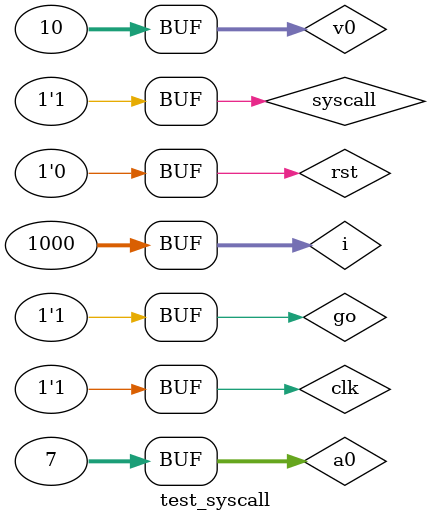
<source format=v>
`timescale 1ns / 1ps


module test_syscall(

    );
    reg [31:0]v0;
    reg [31:0]a0;
    reg clk,rst,go,syscall;
    wire control;
    wire [31:0]ledData;
    integer i,j;
    syscall sys( v0,a0,clk,rst,go,syscall,control, ledData );
    initial
    begin
        #5 clk=1;
        for(i=0;i<1000;i=i+1)
        begin
            #5 clk=0;
            #5 clk=1;
        end
    end
    initial
    begin
        a0=5;
        v0=34;
        rst=0;
        syscall=0;
        go=0;
        #1 rst=1;
        #1 rst=0;
        #1 go=1;
        #1 go=0;
        #10 syscall=1;
        #10 a0=6;
        #10 syscall=0;
        #10 a0=7;
        #10 v0=10;
        #10 syscall=1;
        #20 go=1;
    end
        
        
    
endmodule

</source>
